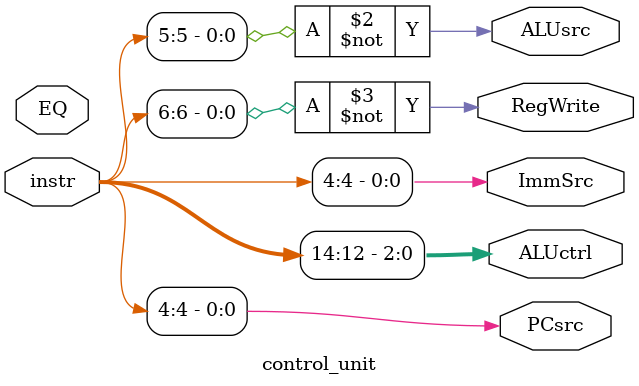
<source format=sv>
module control_unit #(
    parameter Wid = 32
)(
    input  logic           EQ,
    input  logic [Wid-1:0] instr,
    output logic           RegWrite,
    output logic           ALUsrc,
    output logic           PCsrc,
    output logic [2:0]     ALUctrl,
    output logic           ImmSrc
);

always_comb
    begin                        // add      0110011
    PCsrc = instr[4];            //addi      0010011
    ALUsrc = ~instr[5];           //branch    1100011
    ALUctrl = instr[14:12];      //          ||^ PCsrc
    RegWrite = ~instr[6];        //          |^   not ALUsrc
    ImmSrc = instr[4];          //          ^ not RegWrite 
    end                          //          ALUctrl: funct3

endmodule

</source>
